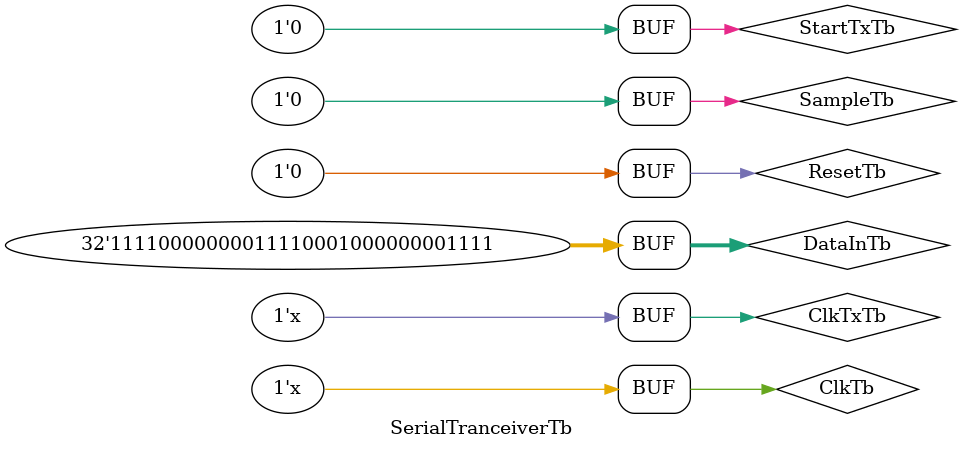
<source format=v>
`timescale 1ns/1ps

module SerialTranceiverTb();
    reg ResetTb = 0;
    reg ClkTb = 0;

    reg[31:0] DataInTb = 0;
    reg SampleTb = 0;
    reg StartTxTb = 0;
    reg ClkTxTb = 0;

    wire TxBusyTb;
    wire TxDoneTb;
    wire DataOutTb;

    SerialTranceiver SerialTranceiverTest(.Reset(ResetTb),
                                          .Clk(ClkTb),
                                          .DataIn(DataInTb),
                                          .Sample(SampleTb),
                                          .StartTx(StartTxTb),
                                          .ClkTx(ClkTxTb),
                                          .TxBusy(TxBusyTb),
                                          .TxDone(TxDoneTb),
                                          .DataOut(DataOutTb));


    always #5 ClkTb <= ~ClkTb;

    always #10 ClkTxTb <= ~ClkTxTb;

    initial begin
        ResetTb = 1;
        #50;
        ResetTb = 0;
        #20;
        SampleTb = 1;
        DataInTb = 32'hF00F_100F;
        #10;
        SampleTb = 0;
        #23
        StartTxTb = 1;
        #23
        StartTxTb = 0;

        #1000
        ResetTb = 1;
        #5;
        ResetTb = 0;

    end
endmodule
</source>
